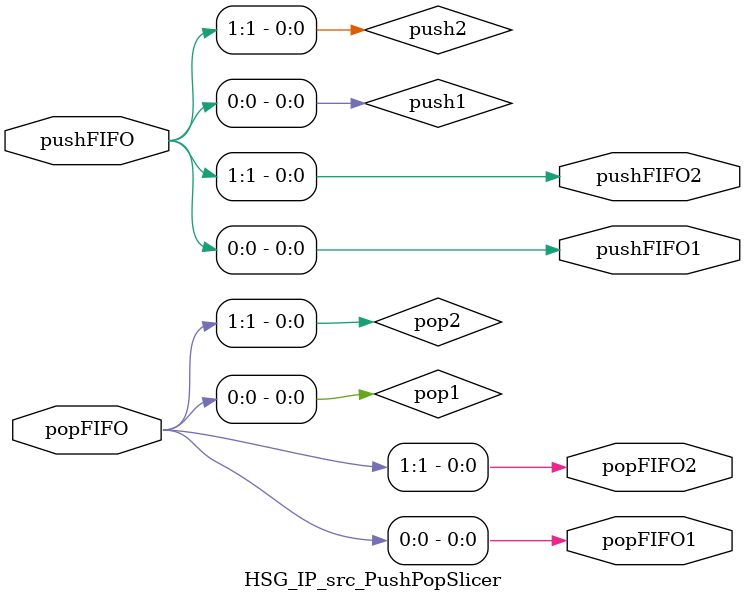
<source format=v>



`timescale 1 ns / 1 ns

module HSG_IP_src_PushPopSlicer
          (pushFIFO,
           popFIFO,
           pushFIFO1,
           popFIFO1,
           pushFIFO2,
           popFIFO2);


  input   [1:0] pushFIFO;  // ufix2
  input   [1:0] popFIFO;  // ufix2
  output  pushFIFO1;  // ufix1
  output  popFIFO1;  // ufix1
  output  pushFIFO2;  // ufix1
  output  popFIFO2;  // ufix1

  wire push1;  // ufix1
  wire pop1;  // ufix1
  wire push2;  // ufix1
  wire pop2;  // ufix1


  assign push1 = pushFIFO[0];



  assign pushFIFO1 = push1;

  assign pop1 = popFIFO[0];



  assign popFIFO1 = pop1;

  assign push2 = pushFIFO[1];



  assign pushFIFO2 = push2;

  assign pop2 = popFIFO[1];



  assign popFIFO2 = pop2;

endmodule  // HSG_IP_src_PushPopSlicer


</source>
